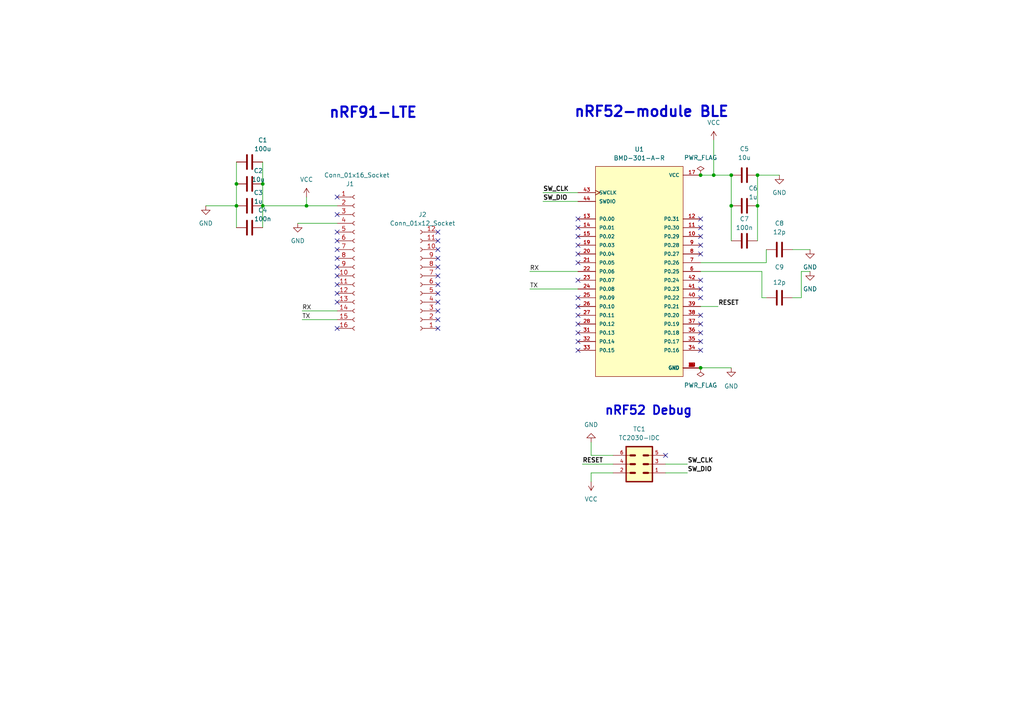
<source format=kicad_sch>
(kicad_sch (version 20230121) (generator eeschema)
  (paper "A4")
  (lib_symbols
    (symbol "BMD-301-A-R:BMD-301-A-R" (pin_names (offset 1.016))
      (property "Reference" "U" (at -12.7 31.242 0))
      (property "Value" "BMD-301-A-R" (at -12.7 -33.02 0))
      (symbol "BMD-301-A-R_0_0"
        (rectangle (start -12.7 -30.48) (end 12.7 30.48) (stroke (width 0.1524)) (fill (type background)))
        (pin power_in line (at 17.78 -27.94 180) (length 5.08) (name "GND") (number "1"))
        (pin bidirectional line (at 17.78 10.16 180) (length 5.08) (name "P0.29") (number "10"))
        (pin bidirectional line (at 17.78 12.7 180) (length 5.08) (name "P0.30") (number "11"))
        (pin bidirectional line (at 17.78 15.24 180) (length 5.08) (name "P0.31") (number "12"))
        (pin bidirectional line (at -17.78 15.24 0) (length 5.08) (name "P0.00") (number "13"))
        (pin bidirectional line (at -17.78 12.7 0) (length 5.08) (name "P0.01") (number "14"))
        (pin bidirectional line (at -17.78 10.16 0) (length 5.08) (name "P0.02") (number "15"))
        (pin power_in line (at 17.78 -27.94 180) (length 5.08) (name "GND") (number "16"))
        (pin power_in line (at 17.78 27.94 180) (length 5.08) (name "VCC") (number "17"))
        (pin power_in line (at 17.78 -27.94 180) (length 5.08) (name "GND") (number "18"))
        (pin bidirectional line (at -17.78 7.62 0) (length 5.08) (name "P0.03") (number "19"))
        (pin power_in line (at 17.78 -27.94 180) (length 5.08) (name "GND") (number "2"))
        (pin bidirectional line (at -17.78 5.08 0) (length 5.08) (name "P0.04") (number "20"))
        (pin bidirectional line (at -17.78 2.54 0) (length 5.08) (name "P0.05") (number "21"))
        (pin bidirectional line (at -17.78 0 0) (length 5.08) (name "P0.06") (number "22"))
        (pin bidirectional line (at -17.78 -2.54 0) (length 5.08) (name "P0.07") (number "23"))
        (pin bidirectional line (at -17.78 -5.08 0) (length 5.08) (name "P0.08") (number "24"))
        (pin bidirectional line (at -17.78 -7.62 0) (length 5.08) (name "P0.09") (number "25"))
        (pin bidirectional line (at -17.78 -10.16 0) (length 5.08) (name "P0.10") (number "26"))
        (pin bidirectional line (at -17.78 -12.7 0) (length 5.08) (name "P0.11") (number "27"))
        (pin bidirectional line (at -17.78 -15.24 0) (length 5.08) (name "P0.12") (number "28"))
        (pin power_in line (at 17.78 -27.94 180) (length 5.08) (name "GND") (number "29"))
        (pin power_in line (at 17.78 -27.94 180) (length 5.08) (name "GND") (number "3"))
        (pin power_in line (at 17.78 -27.94 180) (length 5.08) (name "GND") (number "30"))
        (pin bidirectional line (at -17.78 -17.78 0) (length 5.08) (name "P0.13") (number "31"))
        (pin bidirectional line (at -17.78 -20.32 0) (length 5.08) (name "P0.14") (number "32"))
        (pin bidirectional line (at -17.78 -22.86 0) (length 5.08) (name "P0.15") (number "33"))
        (pin bidirectional line (at 17.78 -22.86 180) (length 5.08) (name "P0.16") (number "34"))
        (pin bidirectional line (at 17.78 -20.32 180) (length 5.08) (name "P0.17") (number "35"))
        (pin bidirectional line (at 17.78 -17.78 180) (length 5.08) (name "P0.18") (number "36"))
        (pin bidirectional line (at 17.78 -15.24 180) (length 5.08) (name "P0.19") (number "37"))
        (pin bidirectional line (at 17.78 -12.7 180) (length 5.08) (name "P0.20") (number "38"))
        (pin bidirectional line (at 17.78 -10.16 180) (length 5.08) (name "P0.21") (number "39"))
        (pin power_in line (at 17.78 -27.94 180) (length 5.08) (name "GND") (number "4"))
        (pin bidirectional line (at 17.78 -7.62 180) (length 5.08) (name "P0.22") (number "40"))
        (pin bidirectional line (at 17.78 -5.08 180) (length 5.08) (name "P0.23") (number "41"))
        (pin bidirectional line (at 17.78 -2.54 180) (length 5.08) (name "P0.24") (number "42"))
        (pin input clock (at -17.78 22.86 0) (length 5.08) (name "SWCLK") (number "43"))
        (pin bidirectional line (at -17.78 20.32 0) (length 5.08) (name "SWDIO") (number "44"))
        (pin power_in line (at 17.78 -27.94 180) (length 5.08) (name "GND") (number "45"))
        (pin power_in line (at 17.78 -27.94 180) (length 5.08) (name "GND") (number "46"))
        (pin power_in line (at 17.78 -27.94 180) (length 5.08) (name "GND") (number "47"))
        (pin power_in line (at 17.78 -27.94 180) (length 5.08) (name "GND") (number "5"))
        (pin bidirectional line (at 17.78 0 180) (length 5.08) (name "P0.25") (number "6"))
        (pin bidirectional line (at 17.78 2.54 180) (length 5.08) (name "P0.26") (number "7"))
        (pin bidirectional line (at 17.78 5.08 180) (length 5.08) (name "P0.27") (number "8"))
        (pin bidirectional line (at 17.78 7.62 180) (length 5.08) (name "P0.28") (number "9"))
      )
    )
    (symbol "Connector:Conn_01x12_Socket" (pin_names (offset 1.016) hide)
      (property "Reference" "J" (at 0 15.24 0))
      (property "Value" "Conn_01x12_Socket" (at 0 -17.78 0))
      (symbol "Conn_01x12_Socket_1_1"
        (arc (start 0 -14.732) (mid -0.5058 -15.24) (end 0 -15.748) (stroke (width 0.1524)))
        (arc (start 0 -12.192) (mid -0.5058 -12.7) (end 0 -13.208) (stroke (width 0.1524)))
        (arc (start 0 -9.652) (mid -0.5058 -10.16) (end 0 -10.668) (stroke (width 0.1524)))
        (arc (start 0 -7.112) (mid -0.5058 -7.62) (end 0 -8.128) (stroke (width 0.1524)))
        (arc (start 0 -4.572) (mid -0.5058 -5.08) (end 0 -5.588) (stroke (width 0.1524)))
        (arc (start 0 -2.032) (mid -0.5058 -2.54) (end 0 -3.048) (stroke (width 0.1524)))
        (polyline (pts (xy -1.27 -15.24) (xy -0.508 -15.24)) (stroke (width 0.1524)))
        (polyline (pts (xy -1.27 -12.7) (xy -0.508 -12.7)) (stroke (width 0.1524)))
        (polyline (pts (xy -1.27 -10.16) (xy -0.508 -10.16)) (stroke (width 0.1524)))
        (polyline (pts (xy -1.27 -7.62) (xy -0.508 -7.62)) (stroke (width 0.1524)))
        (polyline (pts (xy -1.27 -5.08) (xy -0.508 -5.08)) (stroke (width 0.1524)))
        (polyline (pts (xy -1.27 -2.54) (xy -0.508 -2.54)) (stroke (width 0.1524)))
        (polyline (pts (xy -1.27 0) (xy -0.508 0)) (stroke (width 0.1524)))
        (polyline (pts (xy -1.27 2.54) (xy -0.508 2.54)) (stroke (width 0.1524)))
        (polyline (pts (xy -1.27 5.08) (xy -0.508 5.08)) (stroke (width 0.1524)))
        (polyline (pts (xy -1.27 7.62) (xy -0.508 7.62)) (stroke (width 0.1524)))
        (polyline (pts (xy -1.27 10.16) (xy -0.508 10.16)) (stroke (width 0.1524)))
        (polyline (pts (xy -1.27 12.7) (xy -0.508 12.7)) (stroke (width 0.1524)))
        (arc (start 0 0.508) (mid -0.5058 0) (end 0 -0.508) (stroke (width 0.1524)))
        (arc (start 0 3.048) (mid -0.5058 2.54) (end 0 2.032) (stroke (width 0.1524)))
        (arc (start 0 5.588) (mid -0.5058 5.08) (end 0 4.572) (stroke (width 0.1524)))
        (arc (start 0 8.128) (mid -0.5058 7.62) (end 0 7.112) (stroke (width 0.1524)))
        (arc (start 0 10.668) (mid -0.5058 10.16) (end 0 9.652) (stroke (width 0.1524)))
        (arc (start 0 13.208) (mid -0.5058 12.7) (end 0 12.192) (stroke (width 0.1524)))
        (pin passive line (at -5.08 12.7 0) (length 3.81) (name "Pin_1") (number "1"))
        (pin passive line (at -5.08 -10.16 0) (length 3.81) (name "Pin_10") (number "10"))
        (pin passive line (at -5.08 -12.7 0) (length 3.81) (name "Pin_11") (number "11"))
        (pin passive line (at -5.08 -15.24 0) (length 3.81) (name "Pin_12") (number "12"))
        (pin passive line (at -5.08 10.16 0) (length 3.81) (name "Pin_2") (number "2"))
        (pin passive line (at -5.08 7.62 0) (length 3.81) (name "Pin_3") (number "3"))
        (pin passive line (at -5.08 5.08 0) (length 3.81) (name "Pin_4") (number "4"))
        (pin passive line (at -5.08 2.54 0) (length 3.81) (name "Pin_5") (number "5"))
        (pin passive line (at -5.08 0 0) (length 3.81) (name "Pin_6") (number "6"))
        (pin passive line (at -5.08 -2.54 0) (length 3.81) (name "Pin_7") (number "7"))
        (pin passive line (at -5.08 -5.08 0) (length 3.81) (name "Pin_8") (number "8"))
        (pin passive line (at -5.08 -7.62 0) (length 3.81) (name "Pin_9") (number "9"))
      )
    )
    (symbol "Connector:Conn_01x16_Socket" (pin_names (offset 1.016) hide)
      (property "Reference" "J" (at 0 20.32 0))
      (property "Value" "Conn_01x16_Socket" (at 0 -22.86 0))
      (symbol "Conn_01x16_Socket_1_1"
        (arc (start 0 -19.812) (mid -0.5058 -20.32) (end 0 -20.828) (stroke (width 0.1524)))
        (arc (start 0 -17.272) (mid -0.5058 -17.78) (end 0 -18.288) (stroke (width 0.1524)))
        (arc (start 0 -14.732) (mid -0.5058 -15.24) (end 0 -15.748) (stroke (width 0.1524)))
        (arc (start 0 -12.192) (mid -0.5058 -12.7) (end 0 -13.208) (stroke (width 0.1524)))
        (arc (start 0 -9.652) (mid -0.5058 -10.16) (end 0 -10.668) (stroke (width 0.1524)))
        (arc (start 0 -7.112) (mid -0.5058 -7.62) (end 0 -8.128) (stroke (width 0.1524)))
        (arc (start 0 -4.572) (mid -0.5058 -5.08) (end 0 -5.588) (stroke (width 0.1524)))
        (arc (start 0 -2.032) (mid -0.5058 -2.54) (end 0 -3.048) (stroke (width 0.1524)))
        (polyline (pts (xy -1.27 -20.32) (xy -0.508 -20.32)) (stroke (width 0.1524)))
        (polyline (pts (xy -1.27 -17.78) (xy -0.508 -17.78)) (stroke (width 0.1524)))
        (polyline (pts (xy -1.27 -15.24) (xy -0.508 -15.24)) (stroke (width 0.1524)))
        (polyline (pts (xy -1.27 -12.7) (xy -0.508 -12.7)) (stroke (width 0.1524)))
        (polyline (pts (xy -1.27 -10.16) (xy -0.508 -10.16)) (stroke (width 0.1524)))
        (polyline (pts (xy -1.27 -7.62) (xy -0.508 -7.62)) (stroke (width 0.1524)))
        (polyline (pts (xy -1.27 -5.08) (xy -0.508 -5.08)) (stroke (width 0.1524)))
        (polyline (pts (xy -1.27 -2.54) (xy -0.508 -2.54)) (stroke (width 0.1524)))
        (polyline (pts (xy -1.27 0) (xy -0.508 0)) (stroke (width 0.1524)))
        (polyline (pts (xy -1.27 2.54) (xy -0.508 2.54)) (stroke (width 0.1524)))
        (polyline (pts (xy -1.27 5.08) (xy -0.508 5.08)) (stroke (width 0.1524)))
        (polyline (pts (xy -1.27 7.62) (xy -0.508 7.62)) (stroke (width 0.1524)))
        (polyline (pts (xy -1.27 10.16) (xy -0.508 10.16)) (stroke (width 0.1524)))
        (polyline (pts (xy -1.27 12.7) (xy -0.508 12.7)) (stroke (width 0.1524)))
        (polyline (pts (xy -1.27 15.24) (xy -0.508 15.24)) (stroke (width 0.1524)))
        (polyline (pts (xy -1.27 17.78) (xy -0.508 17.78)) (stroke (width 0.1524)))
        (arc (start 0 0.508) (mid -0.5058 0) (end 0 -0.508) (stroke (width 0.1524)))
        (arc (start 0 3.048) (mid -0.5058 2.54) (end 0 2.032) (stroke (width 0.1524)))
        (arc (start 0 5.588) (mid -0.5058 5.08) (end 0 4.572) (stroke (width 0.1524)))
        (arc (start 0 8.128) (mid -0.5058 7.62) (end 0 7.112) (stroke (width 0.1524)))
        (arc (start 0 10.668) (mid -0.5058 10.16) (end 0 9.652) (stroke (width 0.1524)))
        (arc (start 0 13.208) (mid -0.5058 12.7) (end 0 12.192) (stroke (width 0.1524)))
        (arc (start 0 15.748) (mid -0.5058 15.24) (end 0 14.732) (stroke (width 0.1524)))
        (arc (start 0 18.288) (mid -0.5058 17.78) (end 0 17.272) (stroke (width 0.1524)))
        (pin passive line (at -5.08 17.78 0) (length 3.81) (name "Pin_1") (number "1"))
        (pin passive line (at -5.08 -5.08 0) (length 3.81) (name "Pin_10") (number "10"))
        (pin passive line (at -5.08 -7.62 0) (length 3.81) (name "Pin_11") (number "11"))
        (pin passive line (at -5.08 -10.16 0) (length 3.81) (name "Pin_12") (number "12"))
        (pin passive line (at -5.08 -12.7 0) (length 3.81) (name "Pin_13") (number "13"))
        (pin passive line (at -5.08 -15.24 0) (length 3.81) (name "Pin_14") (number "14"))
        (pin passive line (at -5.08 -17.78 0) (length 3.81) (name "Pin_15") (number "15"))
        (pin passive line (at -5.08 -20.32 0) (length 3.81) (name "Pin_16") (number "16"))
        (pin passive line (at -5.08 15.24 0) (length 3.81) (name "Pin_2") (number "2"))
        (pin passive line (at -5.08 12.7 0) (length 3.81) (name "Pin_3") (number "3"))
        (pin passive line (at -5.08 10.16 0) (length 3.81) (name "Pin_4") (number "4"))
        (pin passive line (at -5.08 7.62 0) (length 3.81) (name "Pin_5") (number "5"))
        (pin passive line (at -5.08 5.08 0) (length 3.81) (name "Pin_6") (number "6"))
        (pin passive line (at -5.08 2.54 0) (length 3.81) (name "Pin_7") (number "7"))
        (pin passive line (at -5.08 0 0) (length 3.81) (name "Pin_8") (number "8"))
        (pin passive line (at -5.08 -2.54 0) (length 3.81) (name "Pin_9") (number "9"))
      )
    )
    (symbol "Device:C" (pin_numbers hide) (pin_names (offset 0.254))
      (property "Reference" "C" (at 0.635 2.54 0))
      (property "Value" "C" (at 0.635 -2.54 0))
      (symbol "C_0_1"
        (polyline (pts (xy -2.032 -0.762) (xy 2.032 -0.762)) (stroke (width 0.508)))
        (polyline (pts (xy -2.032 0.762) (xy 2.032 0.762)) (stroke (width 0.508)))
      )
      (symbol "C_1_1"
        (pin passive line (at 0 3.81 270) (length 2.794) (name "~") (number "1"))
        (pin passive line (at 0 -3.81 90) (length 2.794) (name "~") (number "2"))
      )
    )
    (symbol "Tag-connector:TC2030-IDC" (pin_names (offset 1.016))
      (property "Reference" "TC" (at -3.81 5.842 0))
      (property "Value" "TC2030-IDC" (at -3.81 -7.62 0))
      (symbol "TC2030-IDC_0_0"
        (rectangle (start -3.81 -5.08) (end 3.81 5.08) (stroke (width 0.4064)) (fill (type background)))
        (polyline (pts (xy -2.54 -2.54) (xy -1.27 -2.54)) (stroke (width 0.6096)))
        (polyline (pts (xy -2.54 0) (xy -1.27 0)) (stroke (width 0.6096)))
        (polyline (pts (xy -2.54 2.54) (xy -1.27 2.54)) (stroke (width 0.6096)))
        (polyline (pts (xy 1.27 -2.54) (xy 2.54 -2.54)) (stroke (width 0.6096)))
        (polyline (pts (xy 1.27 0) (xy 2.54 0)) (stroke (width 0.6096)))
        (polyline (pts (xy 1.27 2.54) (xy 2.54 2.54)) (stroke (width 0.6096)))
        (pin passive line (at 7.62 -2.54 180) (length 5.08) (name "~") (number "1"))
        (pin passive line (at -7.62 -2.54 0) (length 5.08) (name "~") (number "2"))
        (pin passive line (at 7.62 0 180) (length 5.08) (name "~") (number "3"))
        (pin passive line (at -7.62 0 0) (length 5.08) (name "~") (number "4"))
        (pin passive line (at 7.62 2.54 180) (length 5.08) (name "~") (number "5"))
        (pin passive line (at -7.62 2.54 0) (length 5.08) (name "~") (number "6"))
      )
    )
    (symbol "power:GND" (power) (pin_names (offset 0))
      (property "Value" "GND" (at 0 -3.81 0))
      (symbol "GND_0_1"
        (polyline (pts (xy 0 0) (xy 0 -1.27) (xy 1.27 -1.27) (xy 0 -2.54) (xy -1.27 -1.27) (xy 0 -1.27)))
      )
      (symbol "GND_1_1"
        (pin power_in line (at 0 0 270) (length 0) hide (name "GND") (number "1"))
      )
    )
    (symbol "power:PWR_FLAG" (power) (pin_numbers hide) (pin_names (offset 0) hide)
      (property "Value" "PWR_FLAG" (at 0 3.81 0))
      (symbol "PWR_FLAG_0_0"
        (pin power_out line (at 0 0 90) (length 0) (name "pwr") (number "1"))
      )
      (symbol "PWR_FLAG_0_1"
        (polyline (pts (xy 0 0) (xy 0 1.27) (xy -1.016 1.905) (xy 0 2.54) (xy 1.016 1.905) (xy 0 1.27)))
      )
    )
    (symbol "power:VCC" (power) (pin_names (offset 0))
      (property "Value" "VCC" (at 0 3.81 0))
      (symbol "VCC_0_1"
        (polyline (pts (xy -0.762 1.27) (xy 0 2.54)))
        (polyline (pts (xy 0 0) (xy 0 2.54)))
        (polyline (pts (xy 0 2.54) (xy 0.762 1.27)))
      )
      (symbol "VCC_1_1"
        (pin power_in line (at 0 0 90) (length 0) hide (name "VCC") (number "1"))
      )
    )
  )
  (junction (at 207.01 50.8))
  (junction (at 68.58 53.34))
  (junction (at 212.09 50.8))
  (junction (at 203.2 50.8))
  (junction (at 76.2 53.34))
  (junction (at 68.58 59.69))
  (junction (at 88.9 59.69))
  (junction (at 212.09 59.69))
  (junction (at 219.71 50.8))
  (junction (at 76.2 59.69))
  (junction (at 203.2 106.68))
  (junction (at 219.71 59.69))
  (no_connect (at 167.64 91.44))
  (no_connect (at 167.64 71.12))
  (no_connect (at 97.79 69.85))
  (no_connect (at 203.2 83.82))
  (no_connect (at 167.64 93.98))
  (no_connect (at 167.64 68.58))
  (no_connect (at 97.79 72.39))
  (no_connect (at 203.2 96.52))
  (no_connect (at 97.79 87.63))
  (no_connect (at 97.79 82.55))
  (no_connect (at 203.2 73.66))
  (no_connect (at 127 85.09))
  (no_connect (at 127 90.17))
  (no_connect (at 167.64 63.5))
  (no_connect (at 167.64 66.04))
  (no_connect (at 97.79 77.47))
  (no_connect (at 127 74.93))
  (no_connect (at 167.64 101.6))
  (no_connect (at 167.64 99.06))
  (no_connect (at 167.64 76.2))
  (no_connect (at 203.2 71.12))
  (no_connect (at 97.79 80.01))
  (no_connect (at 167.64 86.36))
  (no_connect (at 127 95.25))
  (no_connect (at 203.2 68.58))
  (no_connect (at 203.2 93.98))
  (no_connect (at 97.79 74.93))
  (no_connect (at 97.79 57.15))
  (no_connect (at 97.79 67.31))
  (no_connect (at 203.2 86.36))
  (no_connect (at 97.79 62.23))
  (no_connect (at 203.2 63.5))
  (no_connect (at 167.64 73.66))
  (no_connect (at 127 69.85))
  (no_connect (at 203.2 91.44))
  (no_connect (at 203.2 99.06))
  (no_connect (at 203.2 66.04))
  (no_connect (at 127 87.63))
  (no_connect (at 167.64 96.52))
  (no_connect (at 97.79 95.25))
  (no_connect (at 127 72.39))
  (no_connect (at 97.79 85.09))
  (no_connect (at 127 67.31))
  (no_connect (at 127 82.55))
  (no_connect (at 127 77.47))
  (no_connect (at 193.04 132.08))
  (no_connect (at 167.64 88.9))
  (no_connect (at 167.64 81.28))
  (no_connect (at 203.2 101.6))
  (no_connect (at 203.2 81.28))
  (no_connect (at 127 80.01))
  (no_connect (at 127 92.71))
  (wire (pts (xy 229.87 86.36) (xy 232.41 86.36)))
  (wire (pts (xy 153.67 78.74) (xy 167.64 78.74)))
  (wire (pts (xy 87.63 90.17) (xy 97.79 90.17)))
  (wire (pts (xy 220.98 86.36) (xy 220.98 78.74)))
  (wire (pts (xy 88.9 57.15) (xy 88.9 59.69)))
  (wire (pts (xy 171.45 137.16) (xy 171.45 139.7)))
  (wire (pts (xy 86.36 64.77) (xy 97.79 64.77)))
  (wire (pts (xy 68.58 46.99) (xy 68.58 53.34)))
  (wire (pts (xy 76.2 59.69) (xy 88.9 59.69)))
  (wire (pts (xy 222.25 76.2) (xy 222.25 72.39)))
  (wire (pts (xy 76.2 59.69) (xy 76.2 66.04)))
  (wire (pts (xy 220.98 86.36) (xy 222.25 86.36)))
  (wire (pts (xy 207.01 50.8) (xy 212.09 50.8)))
  (wire (pts (xy 177.8 137.16) (xy 171.45 137.16)))
  (wire (pts (xy 219.71 59.69) (xy 219.71 69.85)))
  (wire (pts (xy 232.41 86.36) (xy 232.41 78.74)))
  (wire (pts (xy 68.58 53.34) (xy 68.58 59.69)))
  (wire (pts (xy 232.41 78.74) (xy 234.95 78.74)))
  (wire (pts (xy 207.01 40.64) (xy 207.01 50.8)))
  (wire (pts (xy 193.04 137.16) (xy 199.39 137.16)))
  (wire (pts (xy 220.98 78.74) (xy 203.2 78.74)))
  (wire (pts (xy 219.71 50.8) (xy 219.71 59.69)))
  (wire (pts (xy 203.2 88.9) (xy 208.28 88.9)))
  (wire (pts (xy 219.71 50.8) (xy 226.06 50.8)))
  (wire (pts (xy 76.2 53.34) (xy 76.2 59.69)))
  (wire (pts (xy 59.69 59.69) (xy 68.58 59.69)))
  (wire (pts (xy 87.63 92.71) (xy 97.79 92.71)))
  (wire (pts (xy 76.2 46.99) (xy 76.2 53.34)))
  (wire (pts (xy 88.9 59.69) (xy 97.79 59.69)))
  (wire (pts (xy 171.45 132.08) (xy 171.45 128.27)))
  (wire (pts (xy 203.2 50.8) (xy 207.01 50.8)))
  (wire (pts (xy 153.67 83.82) (xy 167.64 83.82)))
  (wire (pts (xy 193.04 134.62) (xy 199.39 134.62)))
  (wire (pts (xy 229.87 72.39) (xy 234.95 72.39)))
  (wire (pts (xy 157.48 58.42) (xy 167.64 58.42)))
  (wire (pts (xy 203.2 76.2) (xy 222.25 76.2)))
  (wire (pts (xy 168.91 134.62) (xy 177.8 134.62)))
  (wire (pts (xy 212.09 50.8) (xy 212.09 59.69)))
  (wire (pts (xy 177.8 132.08) (xy 171.45 132.08)))
  (wire (pts (xy 203.2 106.68) (xy 212.09 106.68)))
  (wire (pts (xy 212.09 59.69) (xy 212.09 69.85)))
  (wire (pts (xy 157.48 55.88) (xy 167.64 55.88)))
  (wire (pts (xy 68.58 59.69) (xy 68.58 66.04)))
  (text "nRF52-module BLE" (at 166.37 34.29 0) (effects (font (size 3 3) bold) (justify left bottom)))
  (text "nRF52 Debug" (at 175.26 120.65 0) (effects (font (size 2.5 2.5) bold) (justify left bottom)))
  (text "nRF91-LTE\n\n" (at 95.25 39.37 0) (effects (font (size 3 3) (thickness 0.6) bold) (justify left bottom)))
  (label "TX" (at 153.67 83.82 0))
  (label "SW_CLK" (at 199.39 134.62 0) (effects (font bold)))
  (label "RX" (at 153.67 78.74 0))
  (label "SW_DIO" (at 199.39 137.16 0) (effects (font bold)))
  (label "SW_CLK" (at 157.48 55.88 0) (effects (font bold)))
  (label "RX" (at 87.63 90.17 0))
  (label "RESET" (at 168.91 134.62 0) (effects (font bold)))
  (label "RESET" (at 208.28 88.9 0) (effects (font bold)))
  (label "SW_DIO" (at 157.48 58.42 0) (effects (font bold)))
  (label "TX" (at 87.63 92.71 0))
  (symbol (lib_id "Device:C") (at 226.06 72.39 90) (unit 1)
    (property "Reference" "C8" (at 226.06 64.77 90))
    (property "Value" "12p" (at 226.06 67.31 90))
    (property "Footprint" "Capacitor_SMD:C_0805_2012Metric_Pad1.18x1.45mm_HandSolder" (effects hide))
  )
  (symbol (lib_id "Device:C") (at 215.9 59.69 90) (unit 1)
    (property "Reference" "C6" (at 218.44 54.61 90))
    (property "Value" "1u" (at 218.44 57.15 90))
    (property "Footprint" "Capacitor_SMD:C_0805_2012Metric_Pad1.18x1.45mm_HandSolder" (effects hide))
  )
  (symbol (lib_id "power:VCC") (at 207.01 40.64 0) (unit 1)
    (property "Reference" "#PWR05" (effects hide))
    (property "Value" "VCC" (at 207.01 35.56 0))
  )
  (symbol (lib_id "power:GND") (at 212.09 106.68 0) (unit 1)
    (property "Reference" "#PWR06" (effects hide))
    (property "Value" "GND" (at 212.09 112.014 0))
  )
  (symbol (lib_id "Device:C") (at 226.06 86.36 90) (unit 1)
    (property "Reference" "C9" (at 226.06 77.47 90))
    (property "Value" "12p" (at 226.06 81.915 90))
    (property "Footprint" "Capacitor_SMD:C_0805_2012Metric_Pad1.18x1.45mm_HandSolder" (effects hide))
  )
  (symbol (lib_id "Connector:Conn_01x12_Socket") (at 121.92 82.55 180) (unit 1)
    (property "Reference" "J2" (at 122.555 62.23 0))
    (property "Value" "Conn_01x12_Socket" (at 122.555 64.77 0))
    (property "Footprint" "Connector_PinSocket_2.54mm:PinSocket_1x12_P2.54mm_Vertical" (effects hide))
  )
  (symbol (lib_id "Device:C") (at 215.9 50.8 90) (unit 1)
    (property "Reference" "C5" (at 215.9 43.18 90))
    (property "Value" "10u" (at 215.9 45.72 90))
    (property "Footprint" "Capacitor_SMD:C_0805_2012Metric_Pad1.18x1.45mm_HandSolder" (effects hide))
  )
  (symbol (lib_id "power:VCC") (at 88.9 57.15 0) (unit 1)
    (property "Reference" "#PWR01" (effects hide))
    (property "Value" "VCC" (at 88.9 52.07 0))
  )
  (symbol (lib_id "Device:C") (at 72.39 46.99 90) (unit 1)
    (property "Reference" "C1" (at 76.2 40.64 90))
    (property "Value" "100u" (at 76.2 43.18 90))
    (property "Footprint" "Capacitor_SMD:C_1210_3225Metric_Pad1.33x2.70mm_HandSolder" (effects hide))
  )
  (symbol (lib_id "power:GND") (at 86.36 64.77 0) (unit 1)
    (property "Reference" "#PWR02" (effects hide))
    (property "Value" "GND" (at 86.36 69.85 0))
  )
  (symbol (lib_id "Connector:Conn_01x16_Socket") (at 102.87 74.93 0) (unit 1)
    (property "Reference" "J1" (at 100.33 53.34 0) (effects (justify left)))
    (property "Value" "Conn_01x16_Socket" (at 93.98 50.8 0) (effects (justify left)))
    (property "Footprint" "Connector_PinSocket_2.54mm:PinSocket_1x16_P2.54mm_Vertical" (effects hide))
  )
  (symbol (lib_id "BMD-301-A-R:BMD-301-A-R") (at 185.42 78.74 0) (unit 1)
    (property "Reference" "U1" (at 185.42 43.307 0))
    (property "Value" "BMD-301-A-R" (at 185.42 45.847 0))
    (property "Footprint" "BMD-301-A-R:BMD-301-A-R" (effects hide))
    (property "PARTREV" "2.1" (effects hide))
    (property "STANDARD" "Manufacturer Recommendations" (effects hide))
    (property "MAXIMUM_PACKAGE_HEIGHT" "1.9mm" (effects hide))
    (property "MANUFACTURER" "Rigado" (effects hide))
  )
  (symbol (lib_id "Device:C") (at 72.39 59.69 90) (unit 1)
    (property "Reference" "C3" (at 74.93 55.88 90))
    (property "Value" "1u" (at 74.93 58.42 90))
    (property "Footprint" "Capacitor_SMD:C_0805_2012Metric_Pad1.18x1.45mm_HandSolder" (effects hide))
  )
  (symbol (lib_id "power:GND") (at 59.69 59.69 0) (unit 1)
    (property "Reference" "#PWR010" (effects hide))
    (property "Value" "GND" (at 59.69 64.77 0))
  )
  (symbol (lib_id "power:GND") (at 171.45 128.27 180) (unit 1)
    (property "Reference" "#PWR03" (effects hide))
    (property "Value" "GND" (at 171.45 123.19 0))
  )
  (symbol (lib_id "Device:C") (at 72.39 66.04 90) (unit 1)
    (property "Reference" "C4" (at 76.2 60.96 90))
    (property "Value" "100n" (at 76.2 63.5 90))
    (property "Footprint" "Capacitor_SMD:C_0805_2012Metric_Pad1.18x1.45mm_HandSolder" (effects hide))
  )
  (symbol (lib_id "power:GND") (at 234.95 72.39 0) (unit 1)
    (property "Reference" "#PWR08" (effects hide))
    (property "Value" "GND" (at 234.95 77.47 0))
  )
  (symbol (lib_id "power:VCC") (at 171.45 139.7 180) (unit 1)
    (property "Reference" "#PWR04" (effects hide))
    (property "Value" "VCC" (at 171.45 144.78 0))
  )
  (symbol (lib_id "power:GND") (at 234.95 78.74 0) (unit 1)
    (property "Reference" "#PWR09" (effects hide))
    (property "Value" "GND" (at 234.95 83.82 0))
  )
  (symbol (lib_id "Device:C") (at 72.39 53.34 90) (unit 1)
    (property "Reference" "C2" (at 74.93 49.53 90))
    (property "Value" "10u" (at 74.93 52.07 90))
    (property "Footprint" "Capacitor_SMD:C_0805_2012Metric_Pad1.18x1.45mm_HandSolder" (effects hide))
  )
  (symbol (lib_id "power:GND") (at 226.06 50.8 0) (unit 1)
    (property "Reference" "#PWR07" (effects hide))
    (property "Value" "GND" (at 226.06 55.88 0))
  )
  (symbol (lib_id "power:PWR_FLAG") (at 203.2 106.68 180) (unit 1)
    (property "Reference" "#FLG02" (effects hide))
    (property "Value" "PWR_FLAG" (at 203.2 111.76 0))
  )
  (symbol (lib_id "Tag-connector:TC2030-IDC") (at 185.42 134.62 0) (unit 1)
    (property "Reference" "TC1" (at 185.42 124.46 0))
    (property "Value" "TC2030-IDC" (at 185.42 127 0))
    (property "Footprint" "Connector:Tag-Connect_TC2030-IDC-NL_2x03_P1.27mm_Vertical" (effects hide))
  )
  (symbol (lib_id "Device:C") (at 215.9 69.85 90) (unit 1)
    (property "Reference" "C7" (at 215.9 63.5 90))
    (property "Value" "100n" (at 215.9 66.04 90))
    (property "Footprint" "Capacitor_SMD:C_0805_2012Metric_Pad1.18x1.45mm_HandSolder" (effects hide))
  )
  (symbol (lib_id "power:PWR_FLAG") (at 203.2 50.8 0) (unit 1)
    (property "Reference" "#FLG01" (effects hide))
    (property "Value" "PWR_FLAG" (at 203.2 45.72 0))
  )
)
</source>
